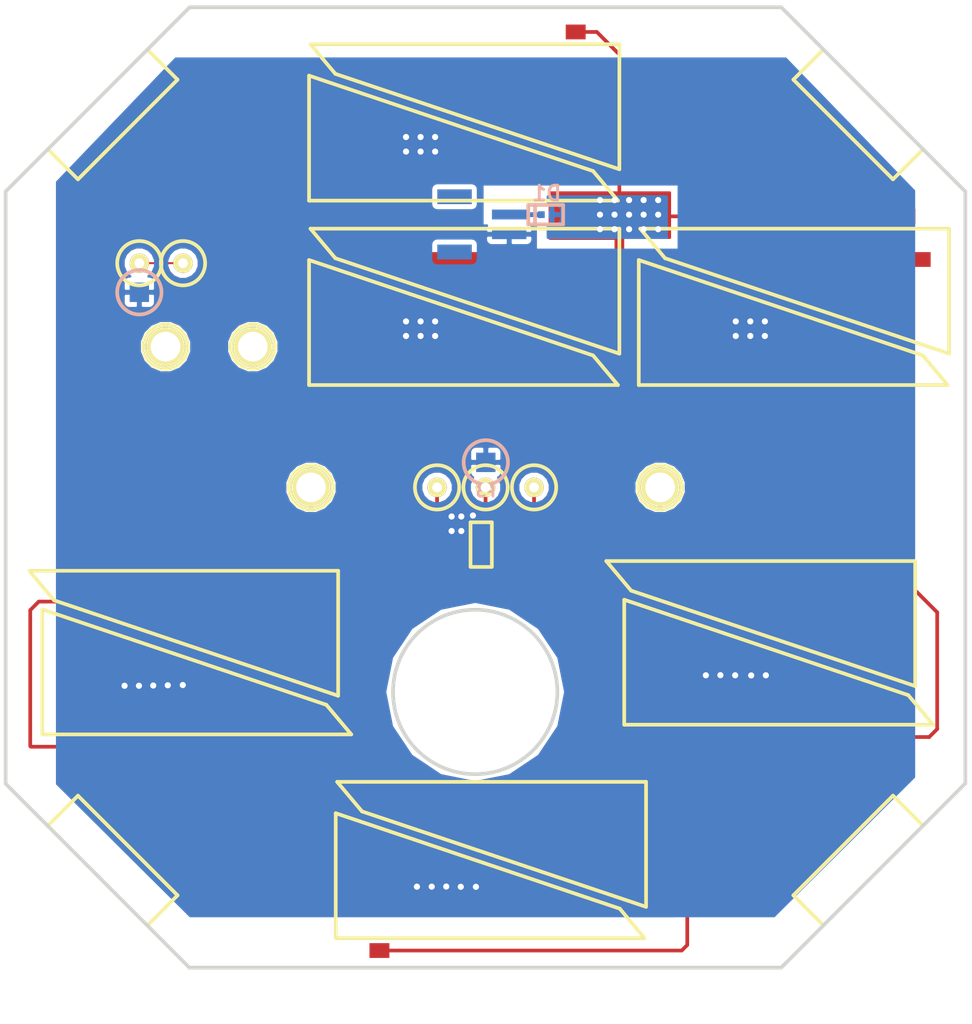
<source format=kicad_pcb>
(kicad_pcb (version 4) (host pcbnew "(after 2015-mar-04 BZR unknown)-product")

  (general
    (links 26)
    (no_connects 0)
    (area 70.015099 68.440299 169.372281 167.779701)
    (thickness 1.6002)
    (drawings 74)
    (tracks 185)
    (zones 0)
    (modules 26)
    (nets 14)
  )

  (page A4)
  (title_block
    (date "4 apr 2015")
  )

  (layers
    (0 Front signal)
    (31 Back signal)
    (32 B.Adhes user)
    (33 F.Adhes user)
    (34 B.Paste user)
    (35 F.Paste user)
    (36 B.SilkS user)
    (37 F.SilkS user)
    (38 B.Mask user)
    (39 F.Mask user)
    (40 Dwgs.User user)
    (41 Cmts.User user)
    (42 Eco1.User user)
    (43 Eco2.User user)
    (44 Edge.Cuts user)
  )

  (setup
    (last_trace_width 0.2032)
    (trace_clearance 0.254)
    (zone_clearance 0.508)
    (zone_45_only no)
    (trace_min 0.2032)
    (segment_width 0.381)
    (edge_width 0.381)
    (via_size 0.889)
    (via_drill 0.635)
    (via_min_size 0.889)
    (via_min_drill 0.508)
    (uvia_size 0.508)
    (uvia_drill 0.127)
    (uvias_allowed no)
    (uvia_min_size 0.508)
    (uvia_min_drill 0.127)
    (pcb_text_width 0.3048)
    (pcb_text_size 1.524 2.032)
    (mod_edge_width 0.381)
    (mod_text_size 1.524 1.524)
    (mod_text_width 0.3048)
    (pad_size 4.064 4.064)
    (pad_drill 3.048)
    (pad_to_mask_clearance 0.254)
    (aux_axis_origin 0 0)
    (visible_elements 7FFFFFBF)
    (pcbplotparams
      (layerselection 0x00030_80000001)
      (usegerberextensions true)
      (excludeedgelayer false)
      (linewidth 0.150000)
      (plotframeref false)
      (viasonmask false)
      (mode 1)
      (useauxorigin false)
      (hpglpennumber 1)
      (hpglpenspeed 20)
      (hpglpendiameter 15)
      (hpglpenoverlay 0)
      (psnegative false)
      (psa4output false)
      (plotreference true)
      (plotvalue true)
      (plotinvisibletext false)
      (padsonsilk false)
      (subtractmaskfromsilk false)
      (outputformat 1)
      (mirror false)
      (drillshape 0)
      (scaleselection 1)
      (outputdirectory Gerbers/))
  )

  (net 0 "")
  (net 1 /Plus)
  (net 2 GND)
  (net 3 N-000001)
  (net 4 N-0000010)
  (net 5 N-0000011)
  (net 6 N-0000013)
  (net 7 N-000002)
  (net 8 N-000003)
  (net 9 N-000004)
  (net 10 N-000005)
  (net 11 N-000007)
  (net 12 N-000008)
  (net 13 N-000009)

  (net_class Default "This is the default net class."
    (clearance 0.254)
    (trace_width 0.2032)
    (via_dia 0.889)
    (via_drill 0.635)
    (uvia_dia 0.508)
    (uvia_drill 0.127)
    (add_net GND)
    (add_net N-0000010)
    (add_net N-0000011)
    (add_net N-0000013)
  )

  (net_class MainPower ""
    (clearance 0.254)
    (trace_width 0.5)
    (via_dia 0.889)
    (via_drill 0.635)
    (uvia_dia 0.508)
    (uvia_drill 0.127)
    (add_net N-000007)
  )

  (net_class RF ""
    (clearance 0.254)
    (trace_width 0.381)
    (via_dia 0.889)
    (via_drill 0.635)
    (uvia_dia 0.508)
    (uvia_drill 0.127)
    (add_net N-000003)
    (add_net N-000004)
    (add_net N-000005)
  )

  (net_class inter-cell ""
    (clearance 0.254)
    (trace_width 0.381)
    (via_dia 0.889)
    (via_drill 0.635)
    (uvia_dia 0.508)
    (uvia_drill 0.127)
    (add_net /Plus)
    (add_net N-000001)
    (add_net N-000002)
    (add_net N-000008)
    (add_net N-000009)
  )

  (module CONN_JST_2_SMD (layer Back) (tedit 507B7C54) (tstamp 507B7333)
    (at 116.5 91 270)
    (path /4F7622C7)
    (fp_text reference P1 (at 0 -12.7 270) (layer B.SilkS) hide
      (effects (font (thickness 0.3048)) (justify mirror))
    )
    (fp_text value CONN_2 (at 0 -10.16 270) (layer B.SilkS) hide
      (effects (font (thickness 0.3048)) (justify mirror))
    )
    (pad 2 smd rect (at -1.016 -5.6388 270) (size 1.016 3.556) (layers Back B.Paste B.Mask)
      (net 11 N-000007))
    (pad 1 smd rect (at 1.016 -5.6388 270) (size 1.016 3.556) (layers Back B.Paste B.Mask)
      (net 2 GND))
    (pad 3 smd rect (at 2.8448 0 270) (size 1.524 3.556) (layers Back B.Paste B.Mask))
    (pad 4 smd rect (at -2.8448 0 270) (size 1.524 3.556) (layers Back B.Paste B.Mask))
    (model conn-mis\jst-2-smd.wrl
      (at (xyz 0 0 0))
      (scale (xyz 1 1 1))
      (rotate (xyz 0 0 0))
    )
  )

  (module 1pin (layer Front) (tedit 507B8103) (tstamp 507B80EA)
    (at 86.70036 103.59898)
    (descr "module 1 pin (ou trou mecanique de percage)")
    (tags DEV)
    (path 1pin)
    (fp_text reference 1PIN (at 0 -3.048) (layer F.SilkS) hide
      (effects (font (size 1.016 1.016) (thickness 0.254)))
    )
    (fp_text value P*** (at 0 2.794) (layer F.SilkS) hide
      (effects (font (size 1.016 1.016) (thickness 0.254)))
    )
    (fp_circle (center 0 0) (end 0 -2.286) (layer F.SilkS) (width 0.381))
    (pad 1 thru_hole circle (at 0 0) (size 4.064 4.064) (drill 3.048) (layers *.Cu *.Mask F.SilkS))
  )

  (module 1pin (layer Front) (tedit 507B8108) (tstamp 507B80EF)
    (at 95.69958 103.59898)
    (descr "module 1 pin (ou trou mecanique de percage)")
    (tags DEV)
    (path 1pin)
    (fp_text reference 1PIN (at 0 -3.048) (layer F.SilkS) hide
      (effects (font (size 1.016 1.016) (thickness 0.254)))
    )
    (fp_text value P*** (at 0 2.794) (layer F.SilkS) hide
      (effects (font (size 1.016 1.016) (thickness 0.254)))
    )
    (fp_circle (center 0 0) (end 0 -2.286) (layer F.SilkS) (width 0.381))
    (pad 1 thru_hole circle (at 0 0) (size 4.064 4.064) (drill 3.048) (layers *.Cu *.Mask F.SilkS))
    (model 3D/MonopoleMount.wrl
      (at (xyz 0 0 0))
      (scale (xyz 0.3937 0.3937 0.3937))
      (rotate (xyz 0 0 180))
    )
  )

  (module 1pin (layer Front) (tedit 5082DD55) (tstamp 51D20173)
    (at 101.7 118.1)
    (descr "module 1 pin (ou trou mecanique de percage)")
    (tags DEV)
    (path 1pin)
    (fp_text reference 1PIN (at 0 -3.048) (layer F.SilkS) hide
      (effects (font (size 1.016 1.016) (thickness 0.254)))
    )
    (fp_text value P*** (at 0 2.794) (layer F.SilkS) hide
      (effects (font (size 1.016 1.016) (thickness 0.254)))
    )
    (fp_circle (center 0 0) (end 0 -2.286) (layer F.SilkS) (width 0.381))
    (pad 1 thru_hole circle (at 0 0) (size 4.064 4.064) (drill 3.048) (layers *.Cu *.Mask F.SilkS))
    (model 3D/DipoleMount.wrl
      (at (xyz 0 0 0))
      (scale (xyz 0.3937 0.3937 0.3937))
      (rotate (xyz 0 0 180))
    )
  )

  (module 1pin (layer Front) (tedit 5082E2A5) (tstamp 5082DCC1)
    (at 137.7 118.1)
    (descr "module 1 pin (ou trou mecanique de percage)")
    (tags DEV)
    (path 1pin)
    (fp_text reference 1PIN (at 0 -3.048) (layer F.SilkS) hide
      (effects (font (size 1.016 1.016) (thickness 0.254)))
    )
    (fp_text value P*** (at 0 2.794) (layer F.SilkS) hide
      (effects (font (size 1.016 1.016) (thickness 0.254)))
    )
    (fp_circle (center 0 0) (end 0 -2.286) (layer F.SilkS) (width 0.381))
    (pad 1 thru_hole circle (at 0 0) (size 4.064 4.064) (drill 3.048) (layers *.Cu *.Mask F.SilkS))
    (model 3D/DipoleMount.wrl
      (at (xyz 0 0 0))
      (scale (xyz 0.3937 0.3937 0.3937))
      (rotate (xyz 0 0 0))
    )
  )

  (module DFN1006 (layer Back) (tedit 5085761B) (tstamp 5085A08D)
    (at 126 90 180)
    (path /5085A062)
    (fp_text reference D1 (at 0 2.19964 180) (layer B.SilkS)
      (effects (font (thickness 0.3048)) (justify mirror))
    )
    (fp_text value DIODE (at 0 -2.4003 180) (layer B.SilkS) hide
      (effects (font (thickness 0.3048)) (justify mirror))
    )
    (fp_line (start -1.19888 1.00076) (end -1.69926 1.00076) (layer B.SilkS) (width 0.381))
    (fp_line (start -1.69926 1.00076) (end -1.69926 -1.00076) (layer B.SilkS) (width 0.381))
    (fp_line (start -1.69926 -1.00076) (end -1.30048 -1.00076) (layer B.SilkS) (width 0.381))
    (fp_line (start 1.19888 1.00076) (end 1.89992 1.00076) (layer B.SilkS) (width 0.381))
    (fp_line (start 1.89992 1.00076) (end 1.89992 -0.89916) (layer B.SilkS) (width 0.381))
    (fp_line (start 1.89992 -0.89916) (end 1.89992 -1.00076) (layer B.SilkS) (width 0.381))
    (fp_line (start 1.89992 -1.00076) (end 1.09982 -1.00076) (layer B.SilkS) (width 0.381))
    (fp_line (start -1.19888 1.00076) (end 1.19888 1.00076) (layer B.SilkS) (width 0.381))
    (fp_line (start 1.19888 1.00076) (end 1.19888 -0.89916) (layer B.SilkS) (width 0.381))
    (fp_line (start 1.19888 -0.89916) (end 1.19888 -1.00076) (layer B.SilkS) (width 0.381))
    (fp_line (start 1.19888 -1.00076) (end -1.19888 -1.00076) (layer B.SilkS) (width 0.381))
    (pad 1 smd rect (at -0.55118 0 180) (size 0.70104 0.70104) (layers Back B.Paste B.Mask)
      (net 1 /Plus))
    (pad 2 smd rect (at 0.55118 0 180) (size 0.70104 0.70104) (layers Back B.Paste B.Mask)
      (net 11 N-000007))
  )

  (module 1pin (layer Front) (tedit 508CBC47) (tstamp 508C2255)
    (at 119.70004 118.09984)
    (descr "module 1 pin (ou trou mecanique de percage)")
    (tags DEV)
    (path /508C2011)
    (fp_text reference P2 (at 0 -3.048) (layer F.SilkS) hide
      (effects (font (size 1.016 1.016) (thickness 0.254)))
    )
    (fp_text value CONN_1 (at 0 2.794) (layer F.SilkS) hide
      (effects (font (size 1.016 1.016) (thickness 0.254)))
    )
    (fp_circle (center 0 0) (end 0 -2.286) (layer F.SilkS) (width 0.381))
    (pad 1 thru_hole circle (at 0 0) (size 1.99898 1.99898) (drill 1.00076) (layers *.Cu *.Mask F.SilkS)
      (net 10 N-000005))
  )

  (module 1pin (layer Front) (tedit 508CBC4B) (tstamp 508C2259)
    (at 124.7013 118.09984)
    (descr "module 1 pin (ou trou mecanique de percage)")
    (tags DEV)
    (path /508C201B)
    (fp_text reference P4 (at 0 -3.048) (layer F.SilkS) hide
      (effects (font (size 1.016 1.016) (thickness 0.254)))
    )
    (fp_text value CONN_1 (at 0 2.794) (layer F.SilkS) hide
      (effects (font (size 1.016 1.016) (thickness 0.254)))
    )
    (fp_circle (center 0 0) (end 0 -2.286) (layer F.SilkS) (width 0.381))
    (pad 1 thru_hole circle (at 0 0) (size 1.99898 1.99898) (drill 1.00076) (layers *.Cu *.Mask F.SilkS)
      (net 8 N-000003))
  )

  (module 1pin (layer Front) (tedit 508CBC41) (tstamp 508C225B)
    (at 114.70132 118.09984)
    (descr "module 1 pin (ou trou mecanique de percage)")
    (tags DEV)
    (path /508C201D)
    (fp_text reference P5 (at 0 -3.048) (layer F.SilkS) hide
      (effects (font (size 1.016 1.016) (thickness 0.254)))
    )
    (fp_text value CONN_1 (at 0 2.794) (layer F.SilkS) hide
      (effects (font (size 1.016 1.016) (thickness 0.254)))
    )
    (fp_circle (center 0 0) (end 0 -2.286) (layer F.SilkS) (width 0.381))
    (pad 1 thru_hole circle (at 0 0) (size 1.99898 1.99898) (drill 1.00076) (layers *.Cu *.Mask F.SilkS)
      (net 9 N-000004))
  )

  (module 1pin (layer Front) (tedit 508CBD90) (tstamp 508CBD60)
    (at 84 95)
    (descr "module 1 pin (ou trou mecanique de percage)")
    (tags DEV)
    (path /508CBD41)
    (fp_text reference P6 (at 0 -3.048) (layer F.SilkS) hide
      (effects (font (size 1.016 1.016) (thickness 0.254)))
    )
    (fp_text value CONN_1 (at 0 2.794) (layer F.SilkS) hide
      (effects (font (size 1.016 1.016) (thickness 0.254)))
    )
    (fp_circle (center 0 0) (end 0 -2.286) (layer F.SilkS) (width 0.381))
    (pad 1 thru_hole circle (at 0 0) (size 1.99898 1.99898) (drill 1.00076) (layers *.Cu *.Mask F.SilkS)
      (net 6 N-0000013))
  )

  (module 1pin (layer Front) (tedit 508CC188) (tstamp 508CBD62)
    (at 88.5 95)
    (descr "module 1 pin (ou trou mecanique de percage)")
    (tags DEV)
    (path /508CBD3D)
    (fp_text reference P7 (at 0 -3.048) (layer F.SilkS) hide
      (effects (font (size 1.016 1.016) (thickness 0.254)))
    )
    (fp_text value CONN_1 (at 0 2.794) (layer F.SilkS) hide
      (effects (font (size 1.016 1.016) (thickness 0.254)))
    )
    (fp_circle (center 0 0) (end 0 -2.286) (layer F.SilkS) (width 0.381))
    (pad 1 thru_hole circle (at 0 0) (size 1.99898 1.99898) (drill 1.00076) (layers *.Cu *.Mask F.SilkS)
      (net 6 N-0000013))
  )

  (module 1pin (layer Back) (tedit 50D111F6) (tstamp 508CBE12)
    (at 84 98)
    (descr "module 1 pin (ou trou mecanique de percage)")
    (tags DEV)
    (path /508CBDE5)
    (fp_text reference P8 (at 0 3.048) (layer B.SilkS) hide
      (effects (font (size 1.016 1.016) (thickness 0.254)) (justify mirror))
    )
    (fp_text value CONN_1 (at 0 -2.794) (layer B.SilkS) hide
      (effects (font (size 1.016 1.016) (thickness 0.254)) (justify mirror))
    )
    (fp_circle (center 0 0) (end 0 2.286) (layer B.SilkS) (width 0.381))
    (pad 1 smd rect (at 0 0) (size 1.99898 1.99898) (layers Back B.Paste B.Mask)
      (net 2 GND))
  )

  (module ATB2012 (layer Front) (tedit 508CC1E5) (tstamp 508C2254)
    (at 119.25046 124.00026 270)
    (path /508C21AE)
    (fp_text reference BAL1 (at 0 2.60096 270) (layer F.SilkS) hide
      (effects (font (thickness 0.3048)))
    )
    (fp_text value ATB2012 (at 0 -2.10058 270) (layer F.SilkS) hide
      (effects (font (thickness 0.3048)))
    )
    (fp_line (start -2.30124 -1.09982) (end 2.19964 -1.09982) (layer F.SilkS) (width 0.381))
    (fp_line (start 2.2987 -1.09982) (end 2.2987 1.09982) (layer F.SilkS) (width 0.381))
    (fp_line (start 2.19964 1.09982) (end -2.30124 1.09982) (layer F.SilkS) (width 0.381))
    (fp_line (start -2.30124 1.09982) (end -2.30124 -1.09982) (layer F.SilkS) (width 0.381))
    (pad 1 smd rect (at -1.34874 -0.42418 270) (size 0.7493 0.35052) (layers Front F.Paste F.Mask)
      (net 10 N-000005))
    (pad 2 smd rect (at -1.34874 0.42418 270) (size 0.7493 0.35052) (layers Front F.Paste F.Mask)
      (net 2 GND))
    (pad 3 smd rect (at 1.34874 0.42418 270) (size 0.7493 0.35052) (layers Front F.Paste F.Mask)
      (net 9 N-000004))
    (pad 4 smd rect (at 1.34874 -0.42418 270) (size 0.7493 0.35052) (layers Front F.Paste F.Mask)
      (net 8 N-000003))
  )

  (module 1pin (layer Back) (tedit 50D11290) (tstamp 50D1108F)
    (at 119.72544 115.52428)
    (descr "module 1 pin (ou trou mecanique de percage)")
    (tags DEV)
    (path /508C2014)
    (fp_text reference P3 (at 0 3.048) (layer B.SilkS)
      (effects (font (size 1.016 1.016) (thickness 0.254)) (justify mirror))
    )
    (fp_text value CONN_1 (at 0 -2.794) (layer B.SilkS) hide
      (effects (font (size 1.016 1.016) (thickness 0.254)) (justify mirror))
    )
    (fp_circle (center 0 0) (end 0 2.286) (layer B.SilkS) (width 0.381))
    (pad 1 smd rect (at 0 0) (size 1.99898 1.99898) (layers Back B.Paste B.Mask)
      (net 2 GND))
  )

  (module SPECTROLAB_TASC2 (layer Front) (tedit 51D350D6) (tstamp 507CBB8D)
    (at 104.5 126.75 90)
    (path /507B71E3)
    (solder_paste_ratio -0.5)
    (fp_text reference S12 (at -6.1 1.4 90) (layer F.SilkS) hide
      (effects (font (thickness 0.3048)))
    )
    (fp_text value SOLARCELL (at 1.6 -16 180) (layer F.SilkS) hide
      (effects (font (thickness 0.3048)))
    )
    (fp_line (start -12.82212 0) (end -2.99232 -29.2862) (layer F.SilkS) (width 0.381))
    (fp_line (start -2.99232 -29.2862) (end 0.05568 -31.8516) (layer F.SilkS) (width 0.381))
    (fp_line (start -12.82212 0) (end 0.05568 0) (layer F.SilkS) (width 0.381))
    (fp_line (start 0.05568 0) (end 0.05568 -31.8516) (layer F.SilkS) (width 0.381))
    (pad 1 smd rect (at 1.32568 -4.5085 270) (size 1.524 2.0574) (layers Front F.Paste F.Mask)
      (net 1 /Plus))
    (pad 2 smd rect (at -3.11932 -11.43 270) (size 1.524 19.05) (layers Front F.Paste F.Mask)
      (net 7 N-000002))
    (model 3D/Spectrolab_TASC2.wrl
      (at (xyz 0 0 0))
      (scale (xyz 0.3937 0.3937 0.3937))
      (rotate (xyz 0 0 0))
    )
  )

  (module SPECTROLAB_TASC2 (layer Front) (tedit 51D350D6) (tstamp 507CBB8B)
    (at 74 143.5 270)
    (path /507B71BB)
    (solder_paste_ratio -0.5)
    (fp_text reference S11 (at -6.1 1.4 270) (layer F.SilkS) hide
      (effects (font (thickness 0.3048)))
    )
    (fp_text value SOLARCELL (at 1.6 -16 360) (layer F.SilkS) hide
      (effects (font (thickness 0.3048)))
    )
    (fp_line (start -12.82212 0) (end -2.99232 -29.2862) (layer F.SilkS) (width 0.381))
    (fp_line (start -2.99232 -29.2862) (end 0.05568 -31.8516) (layer F.SilkS) (width 0.381))
    (fp_line (start -12.82212 0) (end 0.05568 0) (layer F.SilkS) (width 0.381))
    (fp_line (start 0.05568 0) (end 0.05568 -31.8516) (layer F.SilkS) (width 0.381))
    (pad 1 smd rect (at 1.32568 -4.5085 90) (size 1.524 2.0574) (layers Front F.Paste F.Mask)
      (net 7 N-000002))
    (pad 2 smd rect (at -3.11932 -11.43 90) (size 1.524 19.05) (layers Front F.Paste F.Mask)
      (net 2 GND))
    (model 3D/Spectrolab_TASC2.wrl
      (at (xyz 0 0 0))
      (scale (xyz 0.3937 0.3937 0.3937))
      (rotate (xyz 0 0 0))
    )
  )

  (module SPECTROLAB_TASC2 (layer Front) (tedit 51D350D6) (tstamp 507CBB89)
    (at 136.25 148.5 90)
    (path /50706E4F)
    (solder_paste_ratio -0.5)
    (fp_text reference S10 (at -6.1 1.4 90) (layer F.SilkS) hide
      (effects (font (thickness 0.3048)))
    )
    (fp_text value SOLARCELL (at 1.6 -16 180) (layer F.SilkS) hide
      (effects (font (thickness 0.3048)))
    )
    (fp_line (start -12.82212 0) (end -2.99232 -29.2862) (layer F.SilkS) (width 0.381))
    (fp_line (start -2.99232 -29.2862) (end 0.05568 -31.8516) (layer F.SilkS) (width 0.381))
    (fp_line (start -12.82212 0) (end 0.05568 0) (layer F.SilkS) (width 0.381))
    (fp_line (start 0.05568 0) (end 0.05568 -31.8516) (layer F.SilkS) (width 0.381))
    (pad 1 smd rect (at 1.32568 -4.5085 270) (size 1.524 2.0574) (layers Front F.Paste F.Mask)
      (net 1 /Plus))
    (pad 2 smd rect (at -3.11932 -11.43 270) (size 1.524 19.05) (layers Front F.Paste F.Mask)
      (net 12 N-000008))
    (model 3D/Spectrolab_TASC2.wrl
      (at (xyz 0 0 0))
      (scale (xyz 0.3937 0.3937 0.3937))
      (rotate (xyz 0 0 0))
    )
  )

  (module SPECTROLAB_TASC2 (layer Front) (tedit 51D350D6) (tstamp 52B6DF56)
    (at 104.25 164.5 270)
    (path /50706E46)
    (solder_paste_ratio -0.5)
    (fp_text reference S9 (at -6.1 1.4 270) (layer F.SilkS) hide
      (effects (font (thickness 0.3048)))
    )
    (fp_text value SOLARCELL (at 1.6 -16 360) (layer F.SilkS) hide
      (effects (font (thickness 0.3048)))
    )
    (fp_line (start -12.82212 0) (end -2.99232 -29.2862) (layer F.SilkS) (width 0.381))
    (fp_line (start -2.99232 -29.2862) (end 0.05568 -31.8516) (layer F.SilkS) (width 0.381))
    (fp_line (start -12.82212 0) (end 0.05568 0) (layer F.SilkS) (width 0.381))
    (fp_line (start 0.05568 0) (end 0.05568 -31.8516) (layer F.SilkS) (width 0.381))
    (pad 1 smd rect (at 1.32568 -4.5085 90) (size 1.524 2.0574) (layers Front F.Paste F.Mask)
      (net 12 N-000008))
    (pad 2 smd rect (at -3.11932 -11.43 90) (size 1.524 19.05) (layers Front F.Paste F.Mask)
      (net 2 GND))
    (model 3D/Spectrolab_TASC2.wrl
      (at (xyz 0 0 0))
      (scale (xyz 0.3937 0.3937 0.3937))
      (rotate (xyz 0 0 0))
    )
  )

  (module SPECTROLAB_TASC2 (layer Front) (tedit 51D350D6) (tstamp 507CBB85)
    (at 164 125.75 90)
    (path /507B7135)
    (solder_paste_ratio -0.5)
    (fp_text reference S8 (at -6.1 1.4 90) (layer F.SilkS) hide
      (effects (font (thickness 0.3048)))
    )
    (fp_text value SOLARCELL (at 1.6 -16 180) (layer F.SilkS) hide
      (effects (font (thickness 0.3048)))
    )
    (fp_line (start -12.82212 0) (end -2.99232 -29.2862) (layer F.SilkS) (width 0.381))
    (fp_line (start -2.99232 -29.2862) (end 0.05568 -31.8516) (layer F.SilkS) (width 0.381))
    (fp_line (start -12.82212 0) (end 0.05568 0) (layer F.SilkS) (width 0.381))
    (fp_line (start 0.05568 0) (end 0.05568 -31.8516) (layer F.SilkS) (width 0.381))
    (pad 1 smd rect (at 1.32568 -4.5085 270) (size 1.524 2.0574) (layers Front F.Paste F.Mask)
      (net 1 /Plus))
    (pad 2 smd rect (at -3.11932 -11.43 270) (size 1.524 19.05) (layers Front F.Paste F.Mask)
      (net 13 N-000009))
    (model 3D/Spectrolab_TASC2.wrl
      (at (xyz 0 0 0))
      (scale (xyz 0.3937 0.3937 0.3937))
      (rotate (xyz 0 0 0))
    )
  )

  (module SPECTROLAB_TASC2 (layer Front) (tedit 51D350D6) (tstamp 507CBB83)
    (at 134 142.5 270)
    (path /507B712C)
    (solder_paste_ratio -0.5)
    (fp_text reference S7 (at -6.1 1.4 270) (layer F.SilkS) hide
      (effects (font (thickness 0.3048)))
    )
    (fp_text value SOLARCELL (at 1.6 -16 360) (layer F.SilkS) hide
      (effects (font (thickness 0.3048)))
    )
    (fp_line (start -12.82212 0) (end -2.99232 -29.2862) (layer F.SilkS) (width 0.381))
    (fp_line (start -2.99232 -29.2862) (end 0.05568 -31.8516) (layer F.SilkS) (width 0.381))
    (fp_line (start -12.82212 0) (end 0.05568 0) (layer F.SilkS) (width 0.381))
    (fp_line (start 0.05568 0) (end 0.05568 -31.8516) (layer F.SilkS) (width 0.381))
    (pad 1 smd rect (at 1.32568 -4.5085 90) (size 1.524 2.0574) (layers Front F.Paste F.Mask)
      (net 13 N-000009))
    (pad 2 smd rect (at -3.11932 -11.43 90) (size 1.524 19.05) (layers Front F.Paste F.Mask)
      (net 2 GND))
    (model 3D/Spectrolab_TASC2.wrl
      (at (xyz 0 0 0))
      (scale (xyz 0.3937 0.3937 0.3937))
      (rotate (xyz 0 0 0))
    )
  )

  (module SPECTROLAB_TASC2 (layer Front) (tedit 51D350D6) (tstamp 507CBB81)
    (at 167.5 91.5 90)
    (path /507B7142)
    (solder_paste_ratio -0.5)
    (fp_text reference S6 (at -6.1 1.4 90) (layer F.SilkS) hide
      (effects (font (thickness 0.3048)))
    )
    (fp_text value SOLARCELL (at 1.6 -16 180) (layer F.SilkS) hide
      (effects (font (thickness 0.3048)))
    )
    (fp_line (start -12.82212 0) (end -2.99232 -29.2862) (layer F.SilkS) (width 0.381))
    (fp_line (start -2.99232 -29.2862) (end 0.05568 -31.8516) (layer F.SilkS) (width 0.381))
    (fp_line (start -12.82212 0) (end 0.05568 0) (layer F.SilkS) (width 0.381))
    (fp_line (start 0.05568 0) (end 0.05568 -31.8516) (layer F.SilkS) (width 0.381))
    (pad 1 smd rect (at 1.32568 -4.5085 270) (size 1.524 2.0574) (layers Front F.Paste F.Mask)
      (net 1 /Plus))
    (pad 2 smd rect (at -3.11932 -11.43 270) (size 1.524 19.05) (layers Front F.Paste F.Mask)
      (net 4 N-0000010))
    (model 3D/Spectrolab_TASC2.wrl
      (at (xyz 0 0 0))
      (scale (xyz 0.3937 0.3937 0.3937))
      (rotate (xyz 0 0 0))
    )
  )

  (module SPECTROLAB_TASC2 (layer Front) (tedit 51D350D6) (tstamp 507CBB7F)
    (at 135.5 107.5 270)
    (path /507B713B)
    (solder_paste_ratio -0.5)
    (fp_text reference S5 (at -6.1 1.4 270) (layer F.SilkS) hide
      (effects (font (thickness 0.3048)))
    )
    (fp_text value SOLARCELL (at 1.6 -16 360) (layer F.SilkS) hide
      (effects (font (thickness 0.3048)))
    )
    (fp_line (start -12.82212 0) (end -2.99232 -29.2862) (layer F.SilkS) (width 0.381))
    (fp_line (start -2.99232 -29.2862) (end 0.05568 -31.8516) (layer F.SilkS) (width 0.381))
    (fp_line (start -12.82212 0) (end 0.05568 0) (layer F.SilkS) (width 0.381))
    (fp_line (start 0.05568 0) (end 0.05568 -31.8516) (layer F.SilkS) (width 0.381))
    (pad 1 smd rect (at 1.32568 -4.5085 90) (size 1.524 2.0574) (layers Front F.Paste F.Mask)
      (net 4 N-0000010))
    (pad 2 smd rect (at -3.11932 -11.43 90) (size 1.524 19.05) (layers Front F.Paste F.Mask)
      (net 2 GND))
    (model 3D/Spectrolab_TASC2.wrl
      (at (xyz 0 0 0))
      (scale (xyz 0.3937 0.3937 0.3937))
      (rotate (xyz 0 0 0))
    )
  )

  (module SPECTROLAB_TASC2 (layer Front) (tedit 51D350D6) (tstamp 507CBB7D)
    (at 133.5 72.5 90)
    (path /507B7159)
    (solder_paste_ratio -0.5)
    (fp_text reference S4 (at -6.1 1.4 90) (layer F.SilkS) hide
      (effects (font (thickness 0.3048)))
    )
    (fp_text value SOLARCELL (at 1.6 -16 180) (layer F.SilkS) hide
      (effects (font (thickness 0.3048)))
    )
    (fp_line (start -12.82212 0) (end -2.99232 -29.2862) (layer F.SilkS) (width 0.381))
    (fp_line (start -2.99232 -29.2862) (end 0.05568 -31.8516) (layer F.SilkS) (width 0.381))
    (fp_line (start -12.82212 0) (end 0.05568 0) (layer F.SilkS) (width 0.381))
    (fp_line (start 0.05568 0) (end 0.05568 -31.8516) (layer F.SilkS) (width 0.381))
    (pad 1 smd rect (at 1.32568 -4.5085 270) (size 1.524 2.0574) (layers Front F.Paste F.Mask)
      (net 1 /Plus))
    (pad 2 smd rect (at -3.11932 -11.43 270) (size 1.524 19.05) (layers Front F.Paste F.Mask)
      (net 5 N-0000011))
    (model 3D/Spectrolab_TASC2.wrl
      (at (xyz 0 0 0))
      (scale (xyz 0.3937 0.3937 0.3937))
      (rotate (xyz 0 0 0))
    )
  )

  (module SPECTROLAB_TASC2 (layer Front) (tedit 51D350D6) (tstamp 507CBB7B)
    (at 101.5 88.5 270)
    (path /507B7147)
    (solder_paste_ratio -0.5)
    (fp_text reference S3 (at -6.1 1.4 270) (layer F.SilkS) hide
      (effects (font (thickness 0.3048)))
    )
    (fp_text value SOLARCELL (at 1.6 -16 360) (layer F.SilkS) hide
      (effects (font (thickness 0.3048)))
    )
    (fp_line (start -12.82212 0) (end -2.99232 -29.2862) (layer F.SilkS) (width 0.381))
    (fp_line (start -2.99232 -29.2862) (end 0.05568 -31.8516) (layer F.SilkS) (width 0.381))
    (fp_line (start -12.82212 0) (end 0.05568 0) (layer F.SilkS) (width 0.381))
    (fp_line (start 0.05568 0) (end 0.05568 -31.8516) (layer F.SilkS) (width 0.381))
    (pad 1 smd rect (at 1.32568 -4.5085 90) (size 1.524 2.0574) (layers Front F.Paste F.Mask)
      (net 5 N-0000011))
    (pad 2 smd rect (at -3.11932 -11.43 90) (size 1.524 19.05) (layers Front F.Paste F.Mask)
      (net 2 GND))
    (model 3D/Spectrolab_TASC2.wrl
      (at (xyz 0 0 0))
      (scale (xyz 0.3937 0.3937 0.3937))
      (rotate (xyz 0 0 0))
    )
  )

  (module SPECTROLAB_TASC2 (layer Front) (tedit 51D350D6) (tstamp 507CBB79)
    (at 133.5 91.5 90)
    (path /507B7163)
    (solder_paste_ratio -0.5)
    (fp_text reference S2 (at -6.1 1.4 90) (layer F.SilkS) hide
      (effects (font (thickness 0.3048)))
    )
    (fp_text value SOLARCELL (at 1.6 -16 180) (layer F.SilkS) hide
      (effects (font (thickness 0.3048)))
    )
    (fp_line (start -12.82212 0) (end -2.99232 -29.2862) (layer F.SilkS) (width 0.381))
    (fp_line (start -2.99232 -29.2862) (end 0.05568 -31.8516) (layer F.SilkS) (width 0.381))
    (fp_line (start -12.82212 0) (end 0.05568 0) (layer F.SilkS) (width 0.381))
    (fp_line (start 0.05568 0) (end 0.05568 -31.8516) (layer F.SilkS) (width 0.381))
    (pad 1 smd rect (at 1.32568 -4.5085 270) (size 1.524 2.0574) (layers Front F.Paste F.Mask)
      (net 1 /Plus))
    (pad 2 smd rect (at -3.11932 -11.43 270) (size 1.524 19.05) (layers Front F.Paste F.Mask)
      (net 3 N-000001))
    (model 3D/Spectrolab_TASC2.wrl
      (at (xyz 0 0 0))
      (scale (xyz 0.3937 0.3937 0.3937))
      (rotate (xyz 0 0 0))
    )
  )

  (module SPECTROLAB_TASC2 (layer Front) (tedit 51D350D6) (tstamp 507CBB77)
    (at 101.5 107.5 270)
    (path /507B715E)
    (solder_paste_ratio -0.5)
    (fp_text reference S1 (at -6.1 1.4 270) (layer F.SilkS) hide
      (effects (font (thickness 0.3048)))
    )
    (fp_text value SOLARCELL (at 1.6 -16 360) (layer F.SilkS) hide
      (effects (font (thickness 0.3048)))
    )
    (fp_line (start -12.82212 0) (end -2.99232 -29.2862) (layer F.SilkS) (width 0.381))
    (fp_line (start -2.99232 -29.2862) (end 0.05568 -31.8516) (layer F.SilkS) (width 0.381))
    (fp_line (start -12.82212 0) (end 0.05568 0) (layer F.SilkS) (width 0.381))
    (fp_line (start 0.05568 0) (end 0.05568 -31.8516) (layer F.SilkS) (width 0.381))
    (pad 1 smd rect (at 1.32568 -4.5085 90) (size 1.524 2.0574) (layers Front F.Paste F.Mask)
      (net 3 N-000001))
    (pad 2 smd rect (at -3.11932 -11.43 90) (size 1.524 19.05) (layers Front F.Paste F.Mask)
      (net 2 GND))
    (model 3D/Spectrolab_TASC2.wrl
      (at (xyz 0 0 0))
      (scale (xyz 0.3937 0.3937 0.3937))
      (rotate (xyz 0 0 0))
    )
  )

  (gr_line (start 150.1902 167.5892) (end 89.1667 167.5892) (angle 90) (layer Edge.Cuts) (width 0.381))
  (gr_line (start 89.1667 167.5892) (end 70.2056 148.6281) (angle 90) (layer Edge.Cuts) (width 0.381))
  (gr_line (start 150.1902 68.6308) (end 169.1767 87.6173) (angle 90) (layer Edge.Cuts) (width 0.381))
  (gr_line (start 70.2056 87.6173) (end 89.1921 68.6308) (angle 90) (layer Edge.Cuts) (width 0.381))
  (gr_line (start 169.1767 148.6027) (end 150.1902 167.5892) (angle 90) (layer Edge.Cuts) (width 0.381))
  (gr_line (start 169.1767 87.6173) (end 169.1767 148.6027) (angle 90) (layer Edge.Cuts) (width 0.381))
  (gr_line (start 89.1921 68.6308) (end 150.1902 68.6308) (angle 90) (layer Edge.Cuts) (width 0.381))
  (gr_line (start 70.2056 148.6281) (end 70.2056 87.6173) (angle 90) (layer Edge.Cuts) (width 0.381))
  (gr_circle (center 118.6307 139.1793) (end 110.1598 139.0396) (layer Edge.Cuts) (width 0.381))
  (gr_line (start 70.2056 173.228) (end 70.2183 173.228) (angle 90) (layer Dwgs.User) (width 0.381))
  (gr_line (start 169.18178 148.59762) (end 169.18178 148.59) (angle 90) (layer Edge.Cuts) (width 0.381))
  (gr_line (start 169.17162 87.60968) (end 169.17162 87.61984) (angle 90) (layer Edge.Cuts) (width 0.381))
  (gr_circle (center 119.70004 118.09984) (end 120.20042 117.59946) (layer Cmts.User) (width 0.381))
  (gr_line (start 87.93988 76.09078) (end 84.84108 72.99198) (angle 90) (layer F.SilkS) (width 0.381))
  (gr_line (start 77.67066 86.36) (end 87.93988 76.09078) (angle 90) (layer F.SilkS) (width 0.381))
  (gr_line (start 74.56932 83.25866) (end 77.67066 86.36) (angle 90) (layer F.SilkS) (width 0.381))
  (gr_line (start 161.71164 86.35746) (end 164.81044 83.25866) (angle 90) (layer F.SilkS) (width 0.381))
  (gr_line (start 151.44242 76.08824) (end 161.71164 86.35746) (angle 90) (layer F.SilkS) (width 0.381))
  (gr_line (start 154.54122 72.98944) (end 151.44242 76.08824) (angle 90) (layer F.SilkS) (width 0.381))
  (gr_line (start 161.71164 149.86508) (end 164.80536 152.9588) (angle 90) (layer F.SilkS) (width 0.381))
  (gr_line (start 151.43988 160.13684) (end 161.71164 149.86508) (angle 90) (layer F.SilkS) (width 0.381))
  (gr_line (start 154.54122 163.23818) (end 151.43988 160.13684) (angle 90) (layer F.SilkS) (width 0.381))
  (gr_line (start 77.67066 149.87016) (end 74.58202 152.9588) (angle 90) (layer F.SilkS) (width 0.381))
  (gr_line (start 87.93988 160.13938) (end 77.67066 149.87016) (angle 90) (layer F.SilkS) (width 0.381))
  (gr_line (start 84.84108 163.23818) (end 87.93988 160.13938) (angle 90) (layer F.SilkS) (width 0.381))
  (gr_line (start 161.05632 167.92956) (end 78.44536 167.92956) (angle 90) (layer Dwgs.User) (width 0.381))
  (gr_line (start 78.44536 167.92956) (end 78.44536 159.30626) (angle 90) (layer Dwgs.User) (width 0.381))
  (gr_line (start 78.44536 159.30626) (end 69.82206 159.30626) (angle 90) (layer Dwgs.User) (width 0.381))
  (gr_line (start 69.82206 159.30626) (end 69.82206 76.6953) (angle 90) (layer Dwgs.User) (width 0.381))
  (gr_line (start 69.82206 76.6953) (end 78.44536 76.6953) (angle 90) (layer Dwgs.User) (width 0.381))
  (gr_line (start 78.44536 76.6953) (end 78.44536 68.072) (angle 90) (layer Dwgs.User) (width 0.381))
  (gr_line (start 78.44536 68.072) (end 161.05632 68.072) (angle 90) (layer Dwgs.User) (width 0.381))
  (gr_line (start 161.05632 68.072) (end 161.05632 76.6953) (angle 90) (layer Dwgs.User) (width 0.381))
  (gr_line (start 161.05632 76.6953) (end 169.67962 76.6953) (angle 90) (layer Dwgs.User) (width 0.381))
  (gr_line (start 169.67962 76.6953) (end 169.67962 159.30626) (angle 90) (layer Dwgs.User) (width 0.381))
  (gr_line (start 169.67962 159.30626) (end 161.05632 159.30626) (angle 90) (layer Dwgs.User) (width 0.381))
  (gr_line (start 161.05632 159.30626) (end 161.05632 167.92956) (angle 90) (layer Dwgs.User) (width 0.381))
  (gr_circle (center 155.5242 82.22742) (end 158.69412 82.22742) (layer Dwgs.User) (width 0.381))
  (gr_circle (center 155.5242 153.77414) (end 158.69412 153.77414) (layer Dwgs.User) (width 0.381))
  (gr_circle (center 83.97748 153.77414) (end 87.1474 153.77414) (layer Dwgs.User) (width 0.381))
  (gr_circle (center 83.97748 82.22742) (end 87.1474 82.22742) (layer Dwgs.User) (width 0.381))
  (gr_arc (start 100.59162 124.76734) (end 104.66832 128.84658) (angle -64.4) (layer Dwgs.User) (width 0.381))
  (gr_arc (start 119.75084 118.00078) (end 106.02976 113.15446) (angle -38.9) (layer Dwgs.User) (width 0.381))
  (gr_arc (start 100.59162 111.23422) (end 106.02976 113.15446) (angle -64.4) (layer Dwgs.User) (width 0.381))
  (gr_line (start 90.6526 93.13926) (end 104.66832 107.15498) (angle 90) (layer Dwgs.User) (width 0.381))
  (gr_arc (start 86.57336 97.21596) (end 90.65006 93.13926) (angle -135) (layer Dwgs.User) (width 0.381))
  (gr_line (start 80.80756 138.7856) (end 80.80756 97.21596) (angle 90) (layer Dwgs.User) (width 0.381))
  (gr_arc (start 86.57336 138.7856) (end 80.80756 138.7856) (angle -135) (layer Dwgs.User) (width 0.381))
  (gr_line (start 104.66832 128.84658) (end 90.6526 142.8623) (angle 90) (layer Dwgs.User) (width 0.381))
  (gr_arc (start 152.92832 138.7856) (end 148.85162 142.8623) (angle -135) (layer Dwgs.User) (width 0.381))
  (gr_line (start 158.69412 97.21596) (end 158.69412 138.7856) (angle 90) (layer Dwgs.User) (width 0.381))
  (gr_arc (start 152.92832 97.21596) (end 158.69412 97.21596) (angle -135) (layer Dwgs.User) (width 0.381))
  (gr_line (start 134.83336 107.15498) (end 148.84908 93.13926) (angle 90) (layer Dwgs.User) (width 0.381))
  (gr_arc (start 138.91006 111.23422) (end 134.83336 107.15752) (angle -64.4) (layer Dwgs.User) (width 0.381))
  (gr_arc (start 119.75084 118.00078) (end 133.47192 122.8471) (angle -38.9) (layer Dwgs.User) (width 0.381))
  (gr_arc (start 138.91006 124.76734) (end 133.47446 122.8471) (angle -64.4) (layer Dwgs.User) (width 0.381))
  (gr_line (start 148.84908 142.8623) (end 134.83336 128.84658) (angle 90) (layer Dwgs.User) (width 0.381))
  (gr_arc (start 112.98428 98.84156) (end 108.90758 102.91826) (angle -64.4) (layer Dwgs.User) (width 0.381))
  (gr_arc (start 119.75084 118.00078) (end 124.59716 104.2797) (angle -38.9) (layer Dwgs.User) (width 0.381))
  (gr_arc (start 126.5174 98.84156) (end 124.59716 104.27716) (angle -64.4) (layer Dwgs.User) (width 0.381))
  (gr_line (start 144.61236 88.90254) (end 130.59664 102.91826) (angle 90) (layer Dwgs.User) (width 0.381))
  (gr_arc (start 140.53566 84.8233) (end 144.61236 88.90254) (angle -135) (layer Dwgs.User) (width 0.381))
  (gr_line (start 98.96602 79.0575) (end 140.53566 79.0575) (angle 90) (layer Dwgs.User) (width 0.381))
  (gr_arc (start 98.96602 84.8233) (end 98.96602 79.0575) (angle -135) (layer Dwgs.User) (width 0.381))
  (gr_line (start 108.90504 102.91826) (end 94.88932 88.90254) (angle 90) (layer Dwgs.User) (width 0.381))
  (gr_arc (start 126.5174 137.16) (end 130.5941 133.0833) (angle -64.4) (layer Dwgs.User) (width 0.381))
  (gr_arc (start 119.75084 118.00078) (end 114.90452 131.72186) (angle -38.9) (layer Dwgs.User) (width 0.381))
  (gr_arc (start 112.98428 137.16) (end 114.90452 131.7244) (angle -64.4) (layer Dwgs.User) (width 0.381))
  (gr_line (start 94.88932 147.09902) (end 108.90504 133.0833) (angle 90) (layer Dwgs.User) (width 0.381))
  (gr_arc (start 98.96602 151.17826) (end 94.88932 147.10156) (angle -135) (layer Dwgs.User) (width 0.381))
  (gr_line (start 140.53566 156.94406) (end 98.96602 156.94406) (angle 90) (layer Dwgs.User) (width 0.381))
  (gr_arc (start 140.53566 151.17826) (end 140.53566 156.94406) (angle -135) (layer Dwgs.User) (width 0.381))
  (gr_line (start 130.59664 133.0833) (end 144.61236 147.09902) (angle 90) (layer Dwgs.User) (width 0.381))
  (gr_circle (center 119.75084 118.00078) (end 127.31242 118.00078) (layer Dwgs.User) (width 0.381))

  (segment (start 99.9915 125.42432) (end 103.59302 125.42432) (width 0.381) (layer Front) (net 1) (status 400000))
  (segment (start 131.9276 128.4351) (end 133.5278 126.8349) (width 0.381) (layer Front) (net 1) (tstamp 552E1A06))
  (segment (start 106.6038 128.4351) (end 131.9276 128.4351) (width 0.381) (layer Front) (net 1) (tstamp 552E1A04))
  (segment (start 103.59302 125.42432) (end 106.6038 128.4351) (width 0.381) (layer Front) (net 1) (tstamp 552E1A00))
  (segment (start 159.4915 124.42432) (end 133.59372 124.42432) (width 0.381) (layer Front) (net 1))
  (segment (start 133.59372 124.42432) (end 133.5278 124.3584) (width 0.381) (layer Front) (net 1) (tstamp 552E19B6))
  (segment (start 131.7415 147.17432) (end 131.7415 145.7281) (width 0.381) (layer Front) (net 1))
  (segment (start 131.7415 145.7281) (end 133.5278 143.9418) (width 0.381) (layer Front) (net 1) (tstamp 552E199D))
  (segment (start 133.5278 143.9418) (end 133.5278 126.8349) (width 0.381) (layer Front) (net 1) (tstamp 552E199F))
  (segment (start 133.5278 92.0278) (end 133 91.5) (width 0.381) (layer Front) (net 1) (tstamp 552E19A7))
  (segment (start 133.5278 126.8349) (end 133.5278 124.3584) (width 0.381) (layer Front) (net 1) (tstamp 552E1A0B))
  (segment (start 133.5278 124.3584) (end 133.5278 92.0278) (width 0.381) (layer Front) (net 1) (tstamp 552E19BC))
  (via (at 131.5 88.5) (size 0.889) (layers Front Back) (net 1))
  (segment (start 131.5 88.5) (end 131.5 90) (width 0.381) (layer Back) (net 1) (tstamp 52B6DFE3))
  (via (at 131.5 90) (size 0.889) (layers Front Back) (net 1))
  (segment (start 131.5 90) (end 131.5 91.5) (width 0.381) (layer Front) (net 1) (tstamp 52B6DFE6))
  (via (at 131.5 91.5) (size 0.889) (layers Front Back) (net 1))
  (segment (start 131.5 91.5) (end 133 91.5) (width 0.381) (layer Back) (net 1) (tstamp 52B6DFE9))
  (via (at 133 91.5) (size 0.889) (layers Front Back) (net 1))
  (segment (start 133 91.5) (end 133 90) (width 0.381) (layer Front) (net 1) (tstamp 52B6DFEC))
  (via (at 133 90) (size 0.889) (layers Front Back) (net 1))
  (segment (start 133 90) (end 133 88.5) (width 0.381) (layer Back) (net 1) (tstamp 52B6DFEF))
  (via (at 133 88.5) (size 0.889) (layers Front Back) (net 1))
  (segment (start 133 88.5) (end 134.5 88.5) (width 0.381) (layer Front) (net 1) (tstamp 52B6DFF2))
  (via (at 134.5 88.5) (size 0.889) (layers Front Back) (net 1))
  (segment (start 134.5 88.5) (end 134.5 90) (width 0.381) (layer Back) (net 1) (tstamp 52B6DFF5))
  (via (at 134.5 90) (size 0.889) (layers Front Back) (net 1))
  (segment (start 134.5 90) (end 134.5 91.5) (width 0.381) (layer Front) (net 1) (tstamp 52B6DFF8))
  (via (at 134.5 91.5) (size 0.889) (layers Front Back) (net 1))
  (segment (start 134.5 91.5) (end 136 91.5) (width 0.381) (layer Back) (net 1) (tstamp 52B6DFFB))
  (via (at 136 91.5) (size 0.889) (layers Front Back) (net 1))
  (segment (start 136 91.5) (end 136 90) (width 0.381) (layer Front) (net 1) (tstamp 52B6DFFE))
  (via (at 136 90) (size 0.889) (layers Front Back) (net 1))
  (segment (start 136 90) (end 136 88.5) (width 0.381) (layer Back) (net 1) (tstamp 52B6E001))
  (via (at 136 88.5) (size 0.889) (layers Front Back) (net 1))
  (segment (start 136 88.5) (end 137.5 88.5) (width 0.381) (layer Front) (net 1) (tstamp 52B6E004))
  (via (at 137.5 88.5) (size 0.889) (layers Front Back) (net 1))
  (segment (start 137.5 88.5) (end 137.5 90) (width 0.381) (layer Back) (net 1) (tstamp 52B6E007))
  (via (at 137.5 90) (size 0.889) (layers Front Back) (net 1))
  (segment (start 137.5 91) (end 137.5 91.5) (width 0.381) (layer Front) (net 1) (tstamp 52B6E012))
  (segment (start 137.5 90.5) (end 137.5 91) (width 0.381) (layer Front) (net 1) (tstamp 52B6E48B))
  (segment (start 137.5 90) (end 137.5 90.5) (width 0.381) (layer Front) (net 1) (tstamp 52B6E00A))
  (via (at 137.5 91.5) (size 0.889) (layers Front Back) (net 1))
  (segment (start 128.9915 71.17432) (end 131.17432 71.17432) (width 0.381) (layer Front) (net 1))
  (segment (start 133.5 73.5) (end 133.5 88.5) (width 0.381) (layer Front) (net 1) (tstamp 52B6DFDC))
  (segment (start 131.17432 71.17432) (end 133.5 73.5) (width 0.381) (layer Front) (net 1) (tstamp 52B6DFDA))
  (segment (start 133.5 88.5) (end 131.5 88.5) (width 0.381) (layer Front) (net 1))
  (segment (start 137.5 90.17432) (end 137.5 90.5) (width 0.381) (layer Front) (net 1) (tstamp 52B6E488))
  (segment (start 162.9915 90.17432) (end 137.5 90.17432) (width 0.381) (layer Front) (net 1))
  (segment (start 129.42432 90.17432) (end 128.9915 90.17432) (width 0.381) (layer Front) (net 1) (tstamp 55203097))
  (segment (start 85.43 140.38068) (end 85.43 138.5218) (width 0.2032) (layer Front) (net 2))
  (via (at 88.4809 138.4681) (size 0.889) (layers Front Back) (net 2))
  (segment (start 86.9569 138.4681) (end 88.4809 138.4681) (width 0.2032) (layer Front) (net 2) (tstamp 552E1937))
  (segment (start 86.9315 138.4935) (end 86.9569 138.4681) (width 0.2032) (layer Front) (net 2) (tstamp 552E1936))
  (via (at 86.9315 138.4935) (size 0.889) (layers Front Back) (net 2))
  (segment (start 82.5246 138.4935) (end 86.9315 138.4935) (width 0.2032) (layer Back) (net 2) (tstamp 552E1933))
  (segment (start 82.4738 138.5443) (end 82.5246 138.4935) (width 0.2032) (layer Back) (net 2) (tstamp 552E1932))
  (via (at 82.4738 138.5443) (size 0.889) (layers Front Back) (net 2))
  (segment (start 83.9597 138.5443) (end 82.4738 138.5443) (width 0.2032) (layer Front) (net 2) (tstamp 552E192F))
  (via (at 83.9597 138.5443) (size 0.889) (layers Front Back) (net 2))
  (segment (start 85.4075 138.5443) (end 83.9597 138.5443) (width 0.2032) (layer Back) (net 2) (tstamp 552E192C))
  (segment (start 85.4329 138.5189) (end 85.4075 138.5443) (width 0.2032) (layer Back) (net 2) (tstamp 552E192B))
  (via (at 85.4329 138.5189) (size 0.889) (layers Front Back) (net 2))
  (segment (start 85.43 138.5218) (end 85.4329 138.5189) (width 0.2032) (layer Front) (net 2) (tstamp 552E1926))
  (segment (start 145.43 139.38068) (end 145.43 137.4752) (width 0.2032) (layer Front) (net 2))
  (via (at 142.4178 137.4648) (size 0.889) (layers Front Back) (net 2))
  (segment (start 143.9037 137.4648) (end 142.4178 137.4648) (width 0.2032) (layer Front) (net 2) (tstamp 552E1921))
  (segment (start 143.9164 137.4521) (end 143.9037 137.4648) (width 0.2032) (layer Front) (net 2) (tstamp 552E1920))
  (via (at 143.9164 137.4521) (size 0.889) (layers Front Back) (net 2))
  (segment (start 148.59 137.4521) (end 143.9164 137.4521) (width 0.2032) (layer Back) (net 2) (tstamp 552E191D))
  (segment (start 148.6027 137.4648) (end 148.59 137.4521) (width 0.2032) (layer Back) (net 2) (tstamp 552E191C))
  (via (at 148.6027 137.4648) (size 0.889) (layers Front Back) (net 2))
  (segment (start 147.1041 137.4648) (end 148.6027 137.4648) (width 0.2032) (layer Front) (net 2) (tstamp 552E1919))
  (segment (start 147.0914 137.4775) (end 147.1041 137.4648) (width 0.2032) (layer Front) (net 2) (tstamp 552E1918))
  (via (at 147.0914 137.4775) (size 0.889) (layers Front Back) (net 2))
  (segment (start 147.0152 137.4775) (end 147.0914 137.4775) (width 0.2032) (layer Back) (net 2) (tstamp 552E1915))
  (segment (start 147.0025 137.4648) (end 147.0152 137.4775) (width 0.2032) (layer Back) (net 2) (tstamp 552E1914))
  (segment (start 145.4404 137.4648) (end 147.0025 137.4648) (width 0.2032) (layer Back) (net 2) (tstamp 552E1913))
  (via (at 145.4404 137.4648) (size 0.889) (layers Front Back) (net 2))
  (segment (start 145.43 137.4752) (end 145.4404 137.4648) (width 0.2032) (layer Front) (net 2) (tstamp 552E190F))
  (segment (start 115.68 161.38068) (end 115.68 159.2664) (width 0.2032) (layer Front) (net 2))
  (via (at 118.7069 159.258) (size 0.889) (layers Front Back) (net 2))
  (segment (start 117.1448 159.258) (end 118.7069 159.258) (width 0.2032) (layer Front) (net 2) (tstamp 552E1905))
  (via (at 117.1448 159.258) (size 0.889) (layers Front Back) (net 2))
  (segment (start 112.6363 159.258) (end 117.1448 159.258) (width 0.2032) (layer Back) (net 2) (tstamp 552E1902))
  (segment (start 112.6236 159.2453) (end 112.6363 159.258) (width 0.2032) (layer Back) (net 2) (tstamp 552E1901))
  (via (at 112.6236 159.2453) (size 0.889) (layers Front Back) (net 2))
  (segment (start 114.1476 159.2453) (end 112.6236 159.2453) (width 0.2032) (layer Front) (net 2) (tstamp 552E18FE))
  (via (at 114.1476 159.2453) (size 0.889) (layers Front Back) (net 2))
  (segment (start 115.6335 159.2453) (end 114.1476 159.2453) (width 0.2032) (layer Back) (net 2) (tstamp 552E18FA))
  (segment (start 115.6462 159.2326) (end 115.6335 159.2453) (width 0.2032) (layer Back) (net 2) (tstamp 552E18F9))
  (via (at 115.6462 159.2326) (size 0.889) (layers Front Back) (net 2))
  (segment (start 115.68 159.2664) (end 115.6462 159.2326) (width 0.2032) (layer Front) (net 2) (tstamp 552E18F4))
  (via (at 117.20068 121.09958) (size 0.889) (layers Front Back) (net 2))
  (segment (start 117.20068 122.59818) (end 117.20068 121.09958) (width 0.2032) (layer Back) (net 2))
  (segment (start 116.19992 121.09958) (end 116.19992 122.59818) (width 0.2032) (layer Back) (net 2))
  (segment (start 118.82628 122.65152) (end 117.25402 122.65152) (width 0.2032) (layer Front) (net 2))
  (via (at 117.20068 122.59818) (size 0.889) (layers Front Back) (net 2))
  (via (at 118.39956 121.00052) (size 0.889) (layers Front Back) (net 2))
  (segment (start 118.82628 122.65152) (end 118.82628 121.42724) (width 0.2032) (layer Front) (net 2))
  (segment (start 117.25402 122.65152) (end 117.20068 122.59818) (width 0.2032) (layer Front) (net 2))
  (via (at 116.19992 121.09958) (size 0.889) (layers Front Back) (net 2))
  (segment (start 117.20068 121.09958) (end 116.19992 121.09958) (width 0.2032) (layer Front) (net 2))
  (via (at 116.19992 122.59818) (size 0.889) (layers Front Back) (net 2))
  (segment (start 118.82628 121.42724) (end 118.39956 121.00052) (width 0.2032) (layer Front) (net 2))
  (segment (start 112.93 83.57) (end 113 83.5) (width 0.2032) (layer Front) (net 2) (tstamp 52B6E1DB))
  (via (at 113 83.5) (size 0.889) (layers Front Back) (net 2))
  (segment (start 113 83.5) (end 113 82) (width 0.2032) (layer Back) (net 2) (tstamp 52B6E1DE))
  (via (at 113 82) (size 0.889) (layers Front Back) (net 2))
  (segment (start 113 82) (end 111.5 82) (width 0.2032) (layer Front) (net 2) (tstamp 52B6E1E1))
  (via (at 111.5 82) (size 0.889) (layers Front Back) (net 2))
  (segment (start 111.5 82) (end 111.5 83.5) (width 0.2032) (layer Back) (net 2) (tstamp 52B6E1E4))
  (via (at 111.5 83.5) (size 0.889) (layers Front Back) (net 2))
  (segment (start 111.5 83.5) (end 114.5 83.5) (width 0.2032) (layer Front) (net 2) (tstamp 52B6E1E7))
  (via (at 114.5 83.5) (size 0.889) (layers Front Back) (net 2))
  (segment (start 114.5 83.5) (end 114.5 82) (width 0.2032) (layer Back) (net 2) (tstamp 52B6E1EA))
  (via (at 114.5 82) (size 0.889) (layers Front Back) (net 2))
  (segment (start 112.93 85.38068) (end 112.93 83.57) (width 0.2032) (layer Front) (net 2))
  (segment (start 112.93 102.57) (end 113 102.5) (width 0.2032) (layer Front) (net 2) (tstamp 52B6E45D))
  (via (at 113 102.5) (size 0.889) (layers Front Back) (net 2))
  (segment (start 113 102.5) (end 113 101) (width 0.2032) (layer Back) (net 2) (tstamp 52B6E460))
  (via (at 113 101) (size 0.889) (layers Front Back) (net 2))
  (segment (start 113 101) (end 111.5 101) (width 0.2032) (layer Front) (net 2) (tstamp 52B6E463))
  (via (at 111.5 101) (size 0.889) (layers Front Back) (net 2))
  (segment (start 111.5 101) (end 111.5 102.5) (width 0.2032) (layer Back) (net 2) (tstamp 52B6E466))
  (via (at 111.5 102.5) (size 0.889) (layers Front Back) (net 2))
  (segment (start 111.5 102.5) (end 114.5 102.5) (width 0.2032) (layer Front) (net 2) (tstamp 52B6E469))
  (via (at 114.5 102.5) (size 0.889) (layers Front Back) (net 2))
  (segment (start 114.5 102.5) (end 114.5 101) (width 0.2032) (layer Back) (net 2) (tstamp 52B6E46C))
  (via (at 114.5 101) (size 0.889) (layers Front Back) (net 2))
  (segment (start 112.93 104.38068) (end 112.93 102.57) (width 0.2032) (layer Front) (net 2))
  (segment (start 146.93 102.57) (end 147 102.5) (width 0.2032) (layer Front) (net 2) (tstamp 52B6E497))
  (via (at 147 102.5) (size 0.889) (layers Front Back) (net 2))
  (segment (start 147 102.5) (end 147 101) (width 0.2032) (layer Back) (net 2) (tstamp 52B6E499))
  (via (at 147 101) (size 0.889) (layers Front Back) (net 2))
  (segment (start 147 101) (end 145.5 101) (width 0.2032) (layer Front) (net 2) (tstamp 52B6E49C))
  (via (at 145.5 101) (size 0.889) (layers Front Back) (net 2))
  (segment (start 145.5 101) (end 145.5 102.5) (width 0.2032) (layer Back) (net 2) (tstamp 52B6E49F))
  (via (at 145.5 102.5) (size 0.889) (layers Front Back) (net 2))
  (segment (start 146.93 104.38068) (end 146.93 102.57) (width 0.2032) (layer Front) (net 2))
  (via (at 148.5 102.5) (size 0.889) (layers Front Back) (net 2))
  (segment (start 148.5 102.5) (end 148.5 101) (width 0.2032) (layer Back) (net 2) (tstamp 52B6E4A6))
  (via (at 148.5 101) (size 0.889) (layers Front Back) (net 2))
  (segment (start 147 102.5) (end 148.5 102.5) (width 0.2032) (layer Front) (net 2))
  (segment (start 103.32568 108.82568) (end 101.5 107) (width 0.381) (layer Front) (net 3) (tstamp 52B6E455))
  (segment (start 101.5 107) (end 101.5 96) (width 0.381) (layer Front) (net 3) (tstamp 52B6E457))
  (segment (start 101.5 96) (end 102.88068 94.61932) (width 0.381) (layer Front) (net 3) (tstamp 52B6E459))
  (segment (start 102.88068 94.61932) (end 122.07 94.61932) (width 0.381) (layer Front) (net 3) (tstamp 52B6E45A))
  (segment (start 106.0085 108.82568) (end 103.32568 108.82568) (width 0.381) (layer Front) (net 3))
  (segment (start 137.32568 108.82568) (end 135.5 107) (width 0.2032) (layer Front) (net 4) (tstamp 52B6E48D))
  (segment (start 135.5 107) (end 135.5 96) (width 0.2032) (layer Front) (net 4) (tstamp 52B6E48F))
  (segment (start 135.5 96) (end 136.88068 94.61932) (width 0.2032) (layer Front) (net 4) (tstamp 52B6E491))
  (segment (start 136.88068 94.61932) (end 156.07 94.61932) (width 0.2032) (layer Front) (net 4) (tstamp 52B6E493))
  (segment (start 140.0085 108.82568) (end 137.32568 108.82568) (width 0.2032) (layer Front) (net 4))
  (segment (start 103.32568 89.82568) (end 101.5 88) (width 0.2032) (layer Front) (net 5) (tstamp 52B6DF92))
  (segment (start 101.5 88) (end 101.5 77.5) (width 0.2032) (layer Front) (net 5) (tstamp 52B6DF94))
  (segment (start 101.5 77.5) (end 103.38068 75.61932) (width 0.2032) (layer Front) (net 5) (tstamp 52B6DF96))
  (segment (start 103.38068 75.61932) (end 122.07 75.61932) (width 0.2032) (layer Front) (net 5) (tstamp 52B6DF98))
  (segment (start 106.0085 89.82568) (end 103.32568 89.82568) (width 0.2032) (layer Front) (net 5))
  (segment (start 84 95) (end 88.5 95) (width 0.2032) (layer Front) (net 6))
  (segment (start 72.82568 144.82568) (end 72.75 144.75) (width 0.381) (layer Front) (net 7) (tstamp 55202D1D))
  (segment (start 72.75 144.75) (end 72.75 130.75) (width 0.381) (layer Front) (net 7) (tstamp 55202D1F))
  (segment (start 72.75 130.75) (end 73.63068 129.86932) (width 0.381) (layer Front) (net 7) (tstamp 55202D22))
  (segment (start 73.63068 129.86932) (end 93.07 129.86932) (width 0.381) (layer Front) (net 7) (tstamp 55202D25))
  (segment (start 78.5085 144.82568) (end 72.82568 144.82568) (width 0.381) (layer Front) (net 7))
  (segment (start 122.20194 125.349) (end 124.7013 122.84964) (width 0.381) (layer Front) (net 8))
  (segment (start 124.7013 122.84964) (end 124.7013 118.09984) (width 0.381) (layer Front) (net 8))
  (segment (start 119.67464 125.349) (end 122.20194 125.349) (width 0.381) (layer Front) (net 8))
  (segment (start 118.82628 125.349) (end 117.20068 125.349) (width 0.381) (layer Front) (net 9))
  (segment (start 117.20068 125.349) (end 114.70132 122.84964) (width 0.381) (layer Front) (net 9))
  (segment (start 114.70132 122.84964) (end 114.70132 118.09984) (width 0.381) (layer Front) (net 9))
  (segment (start 119.70004 122.62612) (end 119.67464 122.65152) (width 0.381) (layer Front) (net 10))
  (segment (start 119.70004 118.09984) (end 119.70004 122.62612) (width 0.381) (layer Front) (net 10))
  (segment (start 122.1548 90) (end 122.1388 89.984) (width 0.5) (layer Back) (net 11) (tstamp 52B6E2C3))
  (segment (start 125.44882 90) (end 122.1548 90) (width 0.5) (layer Back) (net 11))
  (segment (start 139.92432 165.82568) (end 140.5 165.25) (width 0.381) (layer Front) (net 12) (tstamp 55202C1B))
  (segment (start 140.5 165.25) (end 140.5 152.75) (width 0.381) (layer Front) (net 12) (tstamp 55202C1E))
  (segment (start 140.5 152.75) (end 139.36932 151.61932) (width 0.381) (layer Front) (net 12) (tstamp 55202C20))
  (segment (start 139.36932 151.61932) (end 124.82 151.61932) (width 0.381) (layer Front) (net 12) (tstamp 55202C23))
  (segment (start 108.7585 165.82568) (end 139.92432 165.82568) (width 0.381) (layer Front) (net 12))
  (segment (start 152.57 128.86932) (end 164.16262 128.86932) (width 0.381) (layer Front) (net 13) (status 400000))
  (segment (start 166.2704 130.9771) (end 166.2704 143) (width 0.381) (layer Front) (net 13) (tstamp 552E19DC))
  (segment (start 164.16262 128.86932) (end 166.2704 130.9771) (width 0.381) (layer Front) (net 13) (tstamp 552E19D9))
  (segment (start 166.2704 143) (end 165.44472 143.82568) (width 0.381) (layer Front) (net 13) (tstamp 552E19C0))
  (segment (start 165.44472 143.82568) (end 138.5085 143.82568) (width 0.381) (layer Front) (net 13) (tstamp 552E19C3))

  (zone (net 2) (net_name GND) (layer Back) (tstamp 5078A765) (hatch edge 0.508)
    (connect_pads (clearance 0.508))
    (min_thickness 0.254)
    (fill yes (arc_segments 16) (thermal_gap 0.508) (thermal_bridge_width 0.508))
    (polygon
      (pts
        (xy 164.00018 147.99818) (xy 149.49932 162.39998) (xy 139.319014 162.39998) (xy 139.319 162.4076) (xy 134.7216 162.4076)
        (xy 134.721628 162.39998) (xy 89.19972 162.39998) (xy 75.3999 148.69922) (xy 75.3999 86.59876) (xy 87.70112 73.7997)
        (xy 150.70074 73.7997) (xy 164.00018 87.49792)
      )
    )
    (polygon
      (pts        (xy 139.5 93.5) (xy 139.5 87) (xy 119.5 87) (xy 119.5 91) (xy 125 91)
        (xy 125 93.5)
      )
    )
    (filled_polygon
      (pts
        (xy 163.87318 147.94532) (xy 149.44697 162.27298) (xy 140.367462 162.27298) (xy 140.367462 117.571828) (xy 139.962291 116.591239)
        (xy 139.627 116.255362) (xy 139.627 93.627) (xy 139.627 86.873) (xy 119.373 86.873) (xy 119.373 91.127)
        (xy 119.843774 91.127) (xy 119.822473 91.148302) (xy 119.7258 91.381691) (xy 119.7258 91.73025) (xy 119.88455 91.889)
        (xy 122.0118 91.889) (xy 122.0118 91.869) (xy 122.2658 91.869) (xy 122.2658 91.889) (xy 124.39305 91.889)
        (xy 124.5518 91.73025) (xy 124.5518 91.381691) (xy 124.455127 91.148302) (xy 124.433825 91.127) (xy 124.873 91.127)
        (xy 124.873 93.627) (xy 139.627 93.627) (xy 139.627 116.255362) (xy 139.212707 115.840345) (xy 138.232827 115.433464)
        (xy 137.171828 115.432538) (xy 136.191239 115.837709) (xy 135.440345 116.587293) (xy 135.033464 117.567173) (xy 135.032538 118.628172)
        (xy 135.437709 119.608761) (xy 136.187293 120.359655) (xy 137.167173 120.766536) (xy 138.228172 120.767462) (xy 139.208761 120.362291)
        (xy 139.959655 119.612707) (xy 140.366536 118.632827) (xy 140.367462 117.571828) (xy 140.367462 162.27298) (xy 139.192247 162.27298)
        (xy 139.192233 162.2806) (xy 134.849068 162.2806) (xy 134.849096 162.27298) (xy 127.928252 162.27298) (xy 127.928252 139.1793)
        (xy 127.220518 135.621281) (xy 126.336074 134.297617) (xy 126.336074 117.776146) (xy 126.087762 117.175185) (xy 125.628373 116.714994)
        (xy 125.027847 116.465634) (xy 124.5518 116.465218) (xy 124.5518 92.650309) (xy 124.5518 92.30175) (xy 124.39305 92.143)
        (xy 122.2658 92.143) (xy 122.2658 93.00025) (xy 122.42455 93.159) (xy 123.790491 93.159) (xy 124.04311 93.159)
        (xy 124.276499 93.062327) (xy 124.455127 92.883698) (xy 124.5518 92.650309) (xy 124.5518 116.465218) (xy 124.377606 116.465066)
        (xy 123.776645 116.713378) (xy 123.316454 117.172767) (xy 123.067094 117.773293) (xy 123.066526 118.423534) (xy 123.314838 119.024495)
        (xy 123.774227 119.484686) (xy 124.374753 119.734046) (xy 125.024994 119.734614) (xy 125.625955 119.486302) (xy 126.086146 119.026913)
        (xy 126.335506 118.426387) (xy 126.336074 117.776146) (xy 126.336074 134.297617) (xy 125.205062 132.604938) (xy 122.188719 130.589482)
        (xy 122.0118 130.55429) (xy 122.0118 93.00025) (xy 122.0118 92.143) (xy 119.88455 92.143) (xy 119.7258 92.30175)
        (xy 119.7258 92.650309) (xy 119.822473 92.883698) (xy 120.001101 93.062327) (xy 120.23449 93.159) (xy 120.487109 93.159)
        (xy 121.85305 93.159) (xy 122.0118 93.00025) (xy 122.0118 130.55429) (xy 121.35993 130.424625) (xy 121.35993 116.65008)
        (xy 121.35993 116.397461) (xy 121.35993 115.81003) (xy 121.35993 115.23853) (xy 121.35993 114.651099) (xy 121.35993 114.39848)
        (xy 121.263257 114.165091) (xy 121.084628 113.986463) (xy 120.851239 113.88979) (xy 120.01119 113.88979) (xy 119.85244 114.04854)
        (xy 119.85244 115.39728) (xy 121.20118 115.39728) (xy 121.35993 115.23853) (xy 121.35993 115.81003) (xy 121.20118 115.65128)
        (xy 119.85244 115.65128) (xy 119.85244 115.67128) (xy 119.59844 115.67128) (xy 119.59844 115.65128) (xy 119.59844 115.39728)
        (xy 119.59844 114.04854) (xy 119.43969 113.88979) (xy 118.92544 113.88979) (xy 118.92544 94.6068) (xy 118.92544 93.0828)
        (xy 118.92544 88.9172) (xy 118.92544 87.3932) (xy 118.878463 87.151077) (xy 118.738673 86.938273) (xy 118.52764 86.795823)
        (xy 118.278 86.74576) (xy 114.722 86.74576) (xy 114.479877 86.792737) (xy 114.267073 86.932527) (xy 114.124623 87.14356)
        (xy 114.07456 87.3932) (xy 114.07456 88.9172) (xy 114.121537 89.159323) (xy 114.261327 89.372127) (xy 114.47236 89.514577)
        (xy 114.722 89.56464) (xy 118.278 89.56464) (xy 118.520123 89.517663) (xy 118.732927 89.377873) (xy 118.875377 89.16684)
        (xy 118.92544 88.9172) (xy 118.92544 93.0828) (xy 118.878463 92.840677) (xy 118.738673 92.627873) (xy 118.52764 92.485423)
        (xy 118.278 92.43536) (xy 114.722 92.43536) (xy 114.479877 92.482337) (xy 114.267073 92.622127) (xy 114.124623 92.83316)
        (xy 114.07456 93.0828) (xy 114.07456 94.6068) (xy 114.121537 94.848923) (xy 114.261327 95.061727) (xy 114.47236 95.204177)
        (xy 114.722 95.25424) (xy 118.278 95.25424) (xy 118.520123 95.207263) (xy 118.732927 95.067473) (xy 118.875377 94.85644)
        (xy 118.92544 94.6068) (xy 118.92544 113.88979) (xy 118.599641 113.88979) (xy 118.366252 113.986463) (xy 118.187623 114.165091)
        (xy 118.09095 114.39848) (xy 118.09095 114.651099) (xy 118.09095 115.23853) (xy 118.2497 115.39728) (xy 119.59844 115.39728)
        (xy 119.59844 115.65128) (xy 118.2497 115.65128) (xy 118.09095 115.81003) (xy 118.09095 116.397461) (xy 118.09095 116.65008)
        (xy 118.187623 116.883469) (xy 118.366252 117.062097) (xy 118.408519 117.079604) (xy 118.315194 117.172767) (xy 118.065834 117.773293)
        (xy 118.065266 118.423534) (xy 118.313578 119.024495) (xy 118.772967 119.484686) (xy 119.373493 119.734046) (xy 120.023734 119.734614)
        (xy 120.624695 119.486302) (xy 121.084886 119.026913) (xy 121.334246 118.426387) (xy 121.334814 117.776146) (xy 121.086502 117.175185)
        (xy 121.006087 117.094629) (xy 121.084628 117.062097) (xy 121.263257 116.883469) (xy 121.35993 116.65008) (xy 121.35993 130.424625)
        (xy 118.6307 129.881748) (xy 116.336094 130.338173) (xy 116.336094 117.776146) (xy 116.087782 117.175185) (xy 115.628393 116.714994)
        (xy 115.027867 116.465634) (xy 114.377626 116.465066) (xy 113.776665 116.713378) (xy 113.316474 117.172767) (xy 113.067114 117.773293)
        (xy 113.066546 118.423534) (xy 113.314858 119.024495) (xy 113.774247 119.484686) (xy 114.374773 119.734046) (xy 115.025014 119.734614)
        (xy 115.625975 119.486302) (xy 116.086166 119.026913) (xy 116.335526 118.426387) (xy 116.336094 117.776146) (xy 116.336094 130.338173)
        (xy 115.072681 130.589482) (xy 112.056338 132.604938) (xy 110.040882 135.621281) (xy 109.333148 139.1793) (xy 110.040882 142.737319)
        (xy 112.056338 145.753662) (xy 115.072681 147.769118) (xy 118.6307 148.476852) (xy 122.188719 147.769118) (xy 125.205062 145.753662)
        (xy 127.220518 142.737319) (xy 127.928252 139.1793) (xy 127.928252 162.27298) (xy 104.367462 162.27298) (xy 104.367462 117.571828)
        (xy 103.962291 116.591239) (xy 103.212707 115.840345) (xy 102.232827 115.433464) (xy 101.171828 115.432538) (xy 100.191239 115.837709)
        (xy 99.440345 116.587293) (xy 99.033464 117.567173) (xy 99.032538 118.628172) (xy 99.437709 119.608761) (xy 100.187293 120.359655)
        (xy 101.167173 120.766536) (xy 102.228172 120.767462) (xy 103.208761 120.362291) (xy 103.959655 119.612707) (xy 104.366536 118.632827)
        (xy 104.367462 117.571828) (xy 104.367462 162.27298) (xy 98.367042 162.27298) (xy 98.367042 103.070808) (xy 97.961871 102.090219)
        (xy 97.212287 101.339325) (xy 96.232407 100.932444) (xy 95.171408 100.931518) (xy 94.190819 101.336689) (xy 93.439925 102.086273)
        (xy 93.033044 103.066153) (xy 93.032118 104.127152) (xy 93.437289 105.107741) (xy 94.186873 105.858635) (xy 95.166753 106.265516)
        (xy 96.227752 106.266442) (xy 97.208341 105.861271) (xy 97.959235 105.111687) (xy 98.366116 104.131807) (xy 98.367042 103.070808)
        (xy 98.367042 162.27298) (xy 90.134774 162.27298) (xy 90.134774 94.676306) (xy 89.886462 94.075345) (xy 89.427073 93.615154)
        (xy 88.826547 93.365794) (xy 88.176306 93.365226) (xy 87.575345 93.613538) (xy 87.115154 94.072927) (xy 86.865794 94.673453)
        (xy 86.865226 95.323694) (xy 87.113538 95.924655) (xy 87.572927 96.384846) (xy 88.173453 96.634206) (xy 88.823694 96.634774)
        (xy 89.424655 96.386462) (xy 89.884846 95.927073) (xy 90.134206 95.326547) (xy 90.134774 94.676306) (xy 90.134774 162.27298)
        (xy 89.367822 162.27298) (xy 89.367822 103.070808) (xy 88.962651 102.090219) (xy 88.213067 101.339325) (xy 87.233187 100.932444)
        (xy 86.172188 100.931518) (xy 85.634774 101.153572) (xy 85.634774 94.676306) (xy 85.386462 94.075345) (xy 84.927073 93.615154)
        (xy 84.326547 93.365794) (xy 83.676306 93.365226) (xy 83.075345 93.613538) (xy 82.615154 94.072927) (xy 82.365794 94.673453)
        (xy 82.365226 95.323694) (xy 82.613538 95.924655) (xy 83.053624 96.36551) (xy 82.874201 96.36551) (xy 82.640812 96.462183)
        (xy 82.462183 96.640811) (xy 82.36551 96.8742) (xy 82.36551 97.126819) (xy 82.36551 97.71425) (xy 82.52426 97.873)
        (xy 83.873 97.873) (xy 83.873 97.853) (xy 84.127 97.853) (xy 84.127 97.873) (xy 85.47574 97.873)
        (xy 85.63449 97.71425) (xy 85.63449 97.126819) (xy 85.63449 96.8742) (xy 85.537817 96.640811) (xy 85.359188 96.462183)
        (xy 85.125799 96.36551) (xy 84.945643 96.36551) (xy 85.384846 95.927073) (xy 85.634206 95.326547) (xy 85.634774 94.676306)
        (xy 85.634774 101.153572) (xy 85.63449 101.15369) (xy 85.63449 99.1258) (xy 85.63449 98.873181) (xy 85.63449 98.28575)
        (xy 85.47574 98.127) (xy 84.127 98.127) (xy 84.127 99.47574) (xy 84.28575 99.63449) (xy 85.125799 99.63449)
        (xy 85.359188 99.537817) (xy 85.537817 99.359189) (xy 85.63449 99.1258) (xy 85.63449 101.15369) (xy 85.191599 101.336689)
        (xy 84.440705 102.086273) (xy 84.033824 103.066153) (xy 84.032898 104.127152) (xy 84.438069 105.107741) (xy 85.187653 105.858635)
        (xy 86.167533 106.265516) (xy 87.228532 106.266442) (xy 88.209121 105.861271) (xy 88.960015 105.111687) (xy 89.366896 104.131807)
        (xy 89.367822 103.070808) (xy 89.367822 162.27298) (xy 89.252057 162.27298) (xy 83.873 156.932535) (xy 83.873 99.47574)
        (xy 83.873 98.127) (xy 82.52426 98.127) (xy 82.36551 98.28575) (xy 82.36551 98.873181) (xy 82.36551 99.1258)
        (xy 82.462183 99.359189) (xy 82.640812 99.537817) (xy 82.874201 99.63449) (xy 83.71425 99.63449) (xy 83.873 99.47574)
        (xy 83.873 156.932535) (xy 75.5269 148.646347) (xy 75.5269 86.649896) (xy 87.755207 73.9267) (xy 150.647033 73.9267)
        (xy 163.87318 87.54943) (xy 163.87318 147.94532)
      )
    )
  )
  (zone (net 1) (net_name /Plus) (layer Front) (tstamp 5082E3A8) (hatch edge 0.508)
    (connect_pads (clearance 0.508))
    (min_thickness 0.254)
    (fill yes (arc_segments 16) (thermal_gap 0.508) (thermal_bridge_width 0.508))
    (polygon
      (pts
        (xy 138.83132 92.5) (xy 134 92.5) (xy 134 126.5) (xy 133 126.5) (xy 133 92.59824)
        (xy 126.1999 92.59824) (xy 126.1999 87.59952) (xy 138.83132 87.59952)
      )
    )
    (filled_polygon
      (pts
        (xy 138.70432 92.373) (xy 133.873 92.373) (xy 133.873 126.373) (xy 133.127 126.373) (xy 133.127 92.47124)
        (xy 130.6552 92.47124) (xy 130.6552 91.062629) (xy 130.6552 90.46007) (xy 130.6552 89.88857) (xy 130.6552 89.286011)
        (xy 130.558527 89.052622) (xy 130.379899 88.873993) (xy 130.14651 88.77732) (xy 129.893891 88.77732) (xy 129.27725 88.77732)
        (xy 129.1185 88.93607) (xy 129.1185 90.04732) (xy 130.49645 90.04732) (xy 130.6552 89.88857) (xy 130.6552 90.46007)
        (xy 130.49645 90.30132) (xy 129.1185 90.30132) (xy 129.1185 91.41257) (xy 129.27725 91.57132) (xy 129.893891 91.57132)
        (xy 130.14651 91.57132) (xy 130.379899 91.474647) (xy 130.558527 91.296018) (xy 130.6552 91.062629) (xy 130.6552 92.47124)
        (xy 128.8645 92.47124) (xy 128.8645 91.41257) (xy 128.8645 90.30132) (xy 128.8645 90.04732) (xy 128.8645 88.93607)
        (xy 128.70575 88.77732) (xy 128.089109 88.77732) (xy 127.83649 88.77732) (xy 127.603101 88.873993) (xy 127.424473 89.052622)
        (xy 127.3278 89.286011) (xy 127.3278 89.88857) (xy 127.48655 90.04732) (xy 128.8645 90.04732) (xy 128.8645 90.30132)
        (xy 127.48655 90.30132) (xy 127.3278 90.46007) (xy 127.3278 91.062629) (xy 127.424473 91.296018) (xy 127.603101 91.474647)
        (xy 127.83649 91.57132) (xy 128.089109 91.57132) (xy 128.70575 91.57132) (xy 128.8645 91.41257) (xy 128.8645 92.47124)
        (xy 126.3269 92.47124) (xy 126.3269 87.72652) (xy 138.70432 87.72652) (xy 138.70432 92.373)
      )
    )
  )
  (zone (net 1) (net_name /Plus) (layer Back) (tstamp 52B6E2C0) (hatch edge 0.508)
    (connect_pads (clearance 0.508))
    (min_thickness 0.254)
    (fill yes (arc_segments 16) (thermal_gap 0.508) (thermal_bridge_width 0.508))
    (polygon
      (pts
        (xy 138.5 92.5) (xy 126 92.5) (xy 126 88) (xy 138.5 88)
      )
    )
    (filled_polygon
      (pts
        (xy 138.373 92.373) (xy 127.5367 92.373) (xy 127.5367 90.47683) (xy 127.5367 90.28575) (xy 127.5367 89.71425)
        (xy 127.5367 89.52317) (xy 127.440027 89.289781) (xy 127.261398 89.111153) (xy 127.028009 89.01448) (xy 126.83693 89.01448)
        (xy 126.67818 89.17323) (xy 126.67818 89.873) (xy 127.37795 89.873) (xy 127.5367 89.71425) (xy 127.5367 90.28575)
        (xy 127.37795 90.127) (xy 126.67818 90.127) (xy 126.67818 90.82677) (xy 126.83693 90.98552) (xy 127.028009 90.98552)
        (xy 127.261398 90.888847) (xy 127.440027 90.710219) (xy 127.5367 90.47683) (xy 127.5367 92.373) (xy 126.127 92.373)
        (xy 126.127 90.98552) (xy 126.26543 90.98552) (xy 126.42418 90.82677) (xy 126.42418 90.463215) (xy 126.44678 90.35052)
        (xy 126.44678 89.64948) (xy 126.42418 89.532997) (xy 126.42418 89.17323) (xy 126.26543 89.01448) (xy 126.127 89.01448)
        (xy 126.127 88.127) (xy 138.373 88.127) (xy 138.373 92.373)
      )
    )
  )
  (zone (net 0) (net_name "") (layer Back) (tstamp 552E1944) (hatch edge 0.508)
    (connect_pads (clearance 0.508))
    (min_thickness 0.254)
    (keepout (tracks not_allowed) (vias not_allowed) (copperpour not_allowed))
    (fill (arc_segments 16) (thermal_gap 0.508) (thermal_bridge_width 0.508))
    (polygon
      (pts
        (xy 126.8222 139.5984) (xy 126.1364 142.4813) (xy 124.5362 144.8816) (xy 122.2883 146.5072) (xy 120.4214 147.1676)
        (xy 116.8273 147.1803) (xy 114.6683 146.3167) (xy 112.8141 144.9197) (xy 111.1885 142.4686) (xy 110.4773 139.8905)
        (xy 110.6932 137.1219) (xy 112.5728 133.6294) (xy 114.8969 131.8387) (xy 118.5926 130.937) (xy 122.936 132.1943)
        (xy 125.2474 134.3533) (xy 126.4539 136.6774)
      )
    )
  )
)

</source>
